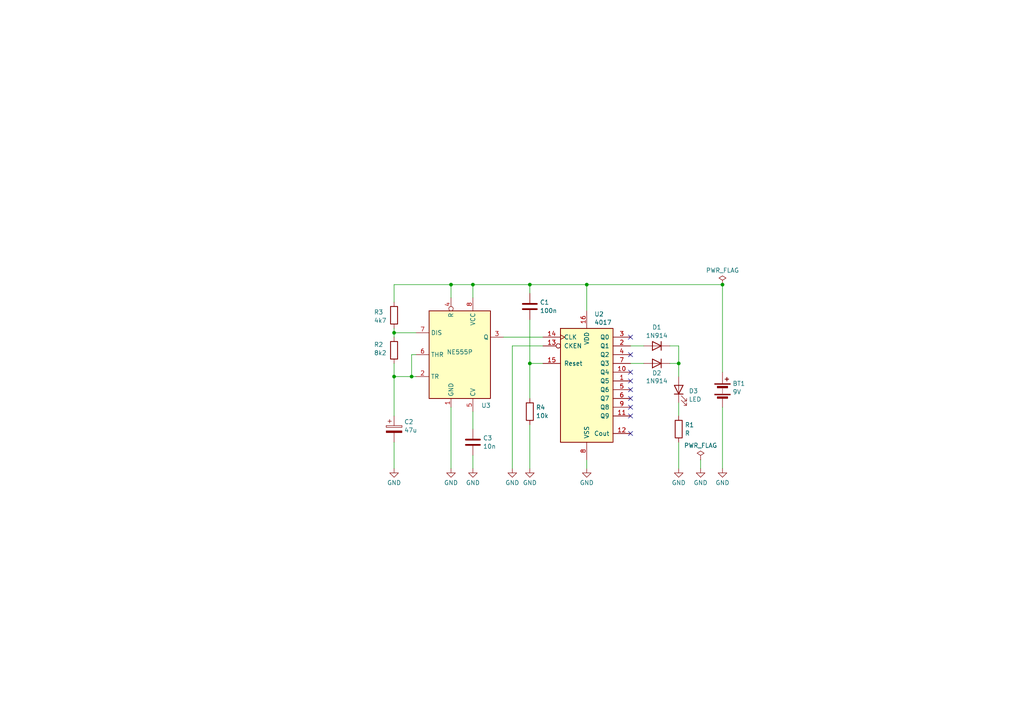
<source format=kicad_sch>
(kicad_sch (version 20231120) (generator "eeschema") (generator_version "8.0")
  (paper "A4")
  (lib_symbols
    (symbol "4xxx:4017" (pin_names (offset 1.016))
      (property "Reference" "U" (at -7.62 16.51 0))
      (property "Value" "4017" (at -7.62 -19.05 0))
      (symbol "4017_1_0"
        (pin output line (at 12.7 0 180) (length 5.08) (name "Q5") (number "1"))
        (pin output line (at 12.7 2.54 180) (length 5.08) (name "Q4") (number "10"))
        (pin output line (at 12.7 -10.16 180) (length 5.08) (name "Q9") (number "11"))
        (pin output line (at 12.7 -15.24 180) (length 5.08) (name "Cout") (number "12"))
        (pin input inverted (at -12.7 10.16 0) (length 5.08) (name "CKEN") (number "13"))
        (pin input clock (at -12.7 12.7 0) (length 5.08) (name "CLK") (number "14"))
        (pin input line (at -12.7 5.08 0) (length 5.08) (name "Reset") (number "15"))
        (pin power_in line (at 0 20.32 270) (length 5.08) (name "VDD") (number "16"))
        (pin output line (at 12.7 10.16 180) (length 5.08) (name "Q1") (number "2"))
        (pin output line (at 12.7 12.7 180) (length 5.08) (name "Q0") (number "3"))
        (pin output line (at 12.7 7.62 180) (length 5.08) (name "Q2") (number "4"))
        (pin output line (at 12.7 -2.54 180) (length 5.08) (name "Q6") (number "5"))
        (pin output line (at 12.7 -5.08 180) (length 5.08) (name "Q7") (number "6"))
        (pin output line (at 12.7 5.08 180) (length 5.08) (name "Q3") (number "7"))
        (pin power_in line (at 0 -22.86 90) (length 5.08) (name "VSS") (number "8"))
        (pin output line (at 12.7 -7.62 180) (length 5.08) (name "Q8") (number "9"))
      )
      (symbol "4017_1_1"
        (rectangle (start -7.62 15.24) (end 7.62 -17.78) (stroke (width 0.254)) (fill (type background)))
      )
    )
    (symbol "Device:Battery" (pin_numbers hide) (pin_names (offset 0) hide)
      (property "Reference" "BT" (at 2.54 2.54 0))
      (property "Value" "Battery" (at 2.54 0 0))
      (symbol "Battery_0_1"
        (rectangle (start -2.286 -1.27) (end 2.286 -1.524) (fill (type outline)))
        (rectangle (start -2.286 1.778) (end 2.286 1.524) (fill (type outline)))
        (rectangle (start -1.524 -2.032) (end 1.524 -2.54) (fill (type outline)))
        (rectangle (start -1.524 1.016) (end 1.524 0.508) (fill (type outline)))
        (polyline (pts (xy 0 -1.016) (xy 0 -0.762)))
        (polyline (pts (xy 0 -0.508) (xy 0 -0.254)))
        (polyline (pts (xy 0 0) (xy 0 0.254)))
        (polyline (pts (xy 0 1.778) (xy 0 2.54)))
        (polyline (pts (xy 0.762 3.048) (xy 1.778 3.048)) (stroke (width 0.254)))
        (polyline (pts (xy 1.27 3.556) (xy 1.27 2.54)) (stroke (width 0.254)))
      )
      (symbol "Battery_1_1"
        (pin passive line (at 0 5.08 270) (length 2.54) (name "+") (number "1"))
        (pin passive line (at 0 -5.08 90) (length 2.54) (name "-") (number "2"))
      )
    )
    (symbol "Device:C" (pin_numbers hide) (pin_names (offset 0.254))
      (property "Reference" "C" (at 0.635 2.54 0))
      (property "Value" "C" (at 0.635 -2.54 0))
      (symbol "C_0_1"
        (polyline (pts (xy -2.032 -0.762) (xy 2.032 -0.762)) (stroke (width 0.508)))
        (polyline (pts (xy -2.032 0.762) (xy 2.032 0.762)) (stroke (width 0.508)))
      )
      (symbol "C_1_1"
        (pin passive line (at 0 3.81 270) (length 2.794) (name "~") (number "1"))
        (pin passive line (at 0 -3.81 90) (length 2.794) (name "~") (number "2"))
      )
    )
    (symbol "Device:C_Polarized" (pin_numbers hide) (pin_names (offset 0.254))
      (property "Reference" "C" (at 0.635 2.54 0))
      (property "Value" "C_Polarized" (at 0.635 -2.54 0))
      (symbol "C_Polarized_0_1"
        (rectangle (start -2.286 0.508) (end 2.286 1.016))
        (polyline (pts (xy -1.778 2.286) (xy -0.762 2.286)))
        (polyline (pts (xy -1.27 2.794) (xy -1.27 1.778)))
        (rectangle (start 2.286 -0.508) (end -2.286 -1.016) (fill (type outline)))
      )
      (symbol "C_Polarized_1_1"
        (pin passive line (at 0 3.81 270) (length 2.794) (name "~") (number "1"))
        (pin passive line (at 0 -3.81 90) (length 2.794) (name "~") (number "2"))
      )
    )
    (symbol "Device:LED" (pin_numbers hide) (pin_names (offset 1.016) hide)
      (property "Reference" "D" (at 0 2.54 0))
      (property "Value" "LED" (at 0 -2.54 0))
      (symbol "LED_0_1"
        (polyline (pts (xy -1.27 -1.27) (xy -1.27 1.27)) (stroke (width 0.254)))
        (polyline (pts (xy -1.27 0) (xy 1.27 0)))
        (polyline (pts (xy 1.27 -1.27) (xy 1.27 1.27) (xy -1.27 0) (xy 1.27 -1.27)) (stroke (width 0.254)))
        (polyline (pts (xy -3.048 -0.762) (xy -4.572 -2.286) (xy -3.81 -2.286) (xy -4.572 -2.286) (xy -4.572 -1.524)))
        (polyline (pts (xy -1.778 -0.762) (xy -3.302 -2.286) (xy -2.54 -2.286) (xy -3.302 -2.286) (xy -3.302 -1.524)))
      )
      (symbol "LED_1_1"
        (pin passive line (at -3.81 0 0) (length 2.54) (name "K") (number "1"))
        (pin passive line (at 3.81 0 180) (length 2.54) (name "A") (number "2"))
      )
    )
    (symbol "Device:R" (pin_numbers hide) (pin_names (offset 0))
      (property "Reference" "R" (at 2.032 0 90))
      (property "Value" "R" (at 0 0 90))
      (symbol "R_0_1"
        (rectangle (start -1.016 -2.54) (end 1.016 2.54) (stroke (width 0.254)))
      )
      (symbol "R_1_1"
        (pin passive line (at 0 3.81 270) (length 1.27) (name "~") (number "1"))
        (pin passive line (at 0 -3.81 90) (length 1.27) (name "~") (number "2"))
      )
    )
    (symbol "Diode:1N914" (pin_numbers hide) (pin_names hide)
      (property "Reference" "D" (at 0 2.54 0))
      (property "Value" "1N914" (at 0 -2.54 0))
      (symbol "1N914_0_1"
        (polyline (pts (xy -1.27 1.27) (xy -1.27 -1.27)) (stroke (width 0.254)))
        (polyline (pts (xy 1.27 0) (xy -1.27 0)))
        (polyline (pts (xy 1.27 1.27) (xy 1.27 -1.27) (xy -1.27 0) (xy 1.27 1.27)) (stroke (width 0.254)))
      )
      (symbol "1N914_1_1"
        (pin passive line (at -3.81 0 0) (length 2.54) (name "K") (number "1"))
        (pin passive line (at 3.81 0 180) (length 2.54) (name "A") (number "2"))
      )
    )
    (symbol "ne555p:NE555P"
      (property "Reference" "U" (at 8.89 8.89 0))
      (property "Value" "NE555P" (at 5.08 -19.05 0))
      (symbol "NE555P_0_0"
        (pin power_in line (at -2.54 -20.32 90) (length 2.54) (name "GND") (number "1"))
        (pin power_in line (at 3.81 11.43 270) (length 3.81) (name "VCC") (number "8"))
      )
      (symbol "NE555P_0_1"
        (rectangle (start -8.89 7.62) (end 8.89 -17.78) (stroke (width 0.254)) (fill (type background)))
      )
      (symbol "NE555P_1_1"
        (pin input line (at -12.7 -11.43 0) (length 3.81) (name "TR") (number "2"))
        (pin output line (at 12.7 0 180) (length 3.81) (name "Q") (number "3"))
        (pin input inverted (at -2.54 11.43 270) (length 3.81) (name "R") (number "4"))
        (pin input line (at 3.81 -21.59 90) (length 3.81) (name "CV") (number "5"))
        (pin input line (at -12.7 -5.08 0) (length 3.81) (name "THR") (number "6"))
        (pin input line (at -12.7 1.27 0) (length 3.81) (name "DIS") (number "7"))
      )
    )
    (symbol "power:GND" (power) (pin_names (offset 0))
      (property "Value" "GND" (at 0 -3.81 0))
      (symbol "GND_0_1"
        (polyline (pts (xy 0 0) (xy 0 -1.27) (xy 1.27 -1.27) (xy 0 -2.54) (xy -1.27 -1.27) (xy 0 -1.27)))
      )
      (symbol "GND_1_1"
        (pin power_in line (at 0 0 270) (length 0) hide (name "GND") (number "1"))
      )
    )
    (symbol "power:PWR_FLAG" (power) (pin_numbers hide) (pin_names (offset 0) hide)
      (property "Value" "PWR_FLAG" (at 0 3.81 0))
      (symbol "PWR_FLAG_0_0"
        (pin power_out line (at 0 0 90) (length 0) (name "pwr") (number "1"))
      )
      (symbol "PWR_FLAG_0_1"
        (polyline (pts (xy 0 0) (xy 0 1.27) (xy -1.016 1.905) (xy 0 2.54) (xy 1.016 1.905) (xy 0 1.27)))
      )
    )
  )
  (junction (at 196.85 105.41))
  (junction (at 137.16 82.55))
  (junction (at 209.55 82.55))
  (junction (at 153.67 105.41))
  (junction (at 130.81 82.55))
  (junction (at 114.3 96.52))
  (junction (at 114.3 109.22))
  (junction (at 170.18 82.55))
  (junction (at 119.38 109.22))
  (junction (at 153.67 82.55))
  (no_connect (at 182.88 118.11))
  (no_connect (at 182.88 120.65))
  (no_connect (at 182.88 125.73))
  (no_connect (at 182.88 107.95))
  (no_connect (at 182.88 102.87))
  (no_connect (at 182.88 115.57))
  (no_connect (at 182.88 97.79))
  (no_connect (at 182.88 110.49))
  (no_connect (at 182.88 113.03))
  (wire (pts (xy 130.81 82.55) (xy 137.16 82.55)))
  (wire (pts (xy 119.38 102.87) (xy 119.38 109.22)))
  (wire (pts (xy 153.67 85.09) (xy 153.67 82.55)))
  (wire (pts (xy 196.85 105.41) (xy 196.85 109.22)))
  (wire (pts (xy 137.16 132.08) (xy 137.16 135.89)))
  (wire (pts (xy 153.67 105.41) (xy 157.48 105.41)))
  (wire (pts (xy 130.81 86.36) (xy 130.81 82.55)))
  (wire (pts (xy 153.67 105.41) (xy 153.67 115.57)))
  (wire (pts (xy 194.31 105.41) (xy 196.85 105.41)))
  (wire (pts (xy 153.67 92.71) (xy 153.67 105.41)))
  (wire (pts (xy 130.81 135.89) (xy 130.81 118.11)))
  (wire (pts (xy 114.3 96.52) (xy 114.3 95.25)))
  (wire (pts (xy 119.38 109.22) (xy 120.65 109.22)))
  (wire (pts (xy 114.3 128.27) (xy 114.3 135.89)))
  (wire (pts (xy 114.3 109.22) (xy 119.38 109.22)))
  (wire (pts (xy 157.48 100.33) (xy 148.59 100.33)))
  (wire (pts (xy 137.16 82.55) (xy 137.16 86.36)))
  (wire (pts (xy 209.55 118.11) (xy 209.55 135.89)))
  (wire (pts (xy 170.18 90.17) (xy 170.18 82.55)))
  (wire (pts (xy 120.65 96.52) (xy 114.3 96.52)))
  (wire (pts (xy 196.85 100.33) (xy 196.85 105.41)))
  (wire (pts (xy 114.3 105.41) (xy 114.3 109.22)))
  (wire (pts (xy 182.88 105.41) (xy 186.69 105.41)))
  (wire (pts (xy 146.05 97.79) (xy 157.48 97.79)))
  (wire (pts (xy 203.2 133.35) (xy 203.2 135.89)))
  (wire (pts (xy 120.65 102.87) (xy 119.38 102.87)))
  (wire (pts (xy 196.85 128.27) (xy 196.85 135.89)))
  (wire (pts (xy 194.31 100.33) (xy 196.85 100.33)))
  (wire (pts (xy 153.67 82.55) (xy 170.18 82.55)))
  (wire (pts (xy 114.3 109.22) (xy 114.3 120.65)))
  (wire (pts (xy 137.16 119.38) (xy 137.16 124.46)))
  (wire (pts (xy 137.16 82.55) (xy 153.67 82.55)))
  (wire (pts (xy 182.88 100.33) (xy 186.69 100.33)))
  (wire (pts (xy 114.3 82.55) (xy 130.81 82.55)))
  (wire (pts (xy 170.18 133.35) (xy 170.18 135.89)))
  (wire (pts (xy 153.67 123.19) (xy 153.67 135.89)))
  (wire (pts (xy 114.3 87.63) (xy 114.3 82.55)))
  (wire (pts (xy 196.85 116.84) (xy 196.85 120.65)))
  (wire (pts (xy 114.3 96.52) (xy 114.3 97.79)))
  (wire (pts (xy 209.55 82.55) (xy 209.55 107.95)))
  (wire (pts (xy 170.18 82.55) (xy 209.55 82.55)))
  (wire (pts (xy 148.59 100.33) (xy 148.59 135.89)))
  (symbol (lib_id "power:GND") (at 209.55 135.89 0) (unit 1)
    (property "Reference" "#PWR03" (effects (hide yes)))
    (property "Value" "GND" (at 209.55 140.0231 0))
    (property "Description" "Power symbol creates a global label with name \"GND\" , ground" (effects (hide yes)))
  )
  (symbol (lib_id "Device:R") (at 114.3 101.6 0) (unit 1)
    (property "Reference" "R2" (at 108.458 99.9377 0) (effects (justify left)))
    (property "Value" "8k2" (at 108.458 102.362 0) (effects (justify left)))
    (property "Footprint" "Resistor_THT:R_Axial_DIN0207_L6.3mm_D2.5mm_P7.62mm_Horizontal" (effects (hide yes)))
    (property "Description" "Resistor" (effects (hide yes)))
  )
  (symbol (lib_id "Device:LED") (at 196.85 113.03 90) (unit 1)
    (property "Reference" "D3" (at 199.771 113.4053 90) (effects (justify right)))
    (property "Value" "LED" (at 199.771 115.8296 90) (effects (justify right)))
    (property "Footprint" "LED_THT:LED_D5.0mm" (effects (hide yes)))
    (property "Description" "Light emitting diode" (effects (hide yes)))
  )
  (symbol (lib_id "power:GND") (at 148.59 135.89 0) (unit 1)
    (property "Reference" "#PWR04" (effects (hide yes)))
    (property "Value" "GND" (at 148.59 140.0231 0))
    (property "Description" "Power symbol creates a global label with name \"GND\" , ground" (effects (hide yes)))
  )
  (symbol (lib_id "power:GND") (at 196.85 135.89 0) (unit 1)
    (property "Reference" "#PWR01" (effects (hide yes)))
    (property "Value" "GND" (at 196.85 140.0231 0))
    (property "Description" "Power symbol creates a global label with name \"GND\" , ground" (effects (hide yes)))
  )
  (symbol (lib_id "power:GND") (at 203.2 135.89 0) (unit 1)
    (property "Reference" "#PWR09" (effects (hide yes)))
    (property "Value" "GND" (at 203.2 140.0231 0))
    (property "Description" "Power symbol creates a global label with name \"GND\" , ground" (effects (hide yes)))
  )
  (symbol (lib_id "Diode:1N914") (at 190.5 105.41 180) (unit 1)
    (property "Reference" "D2" (at 190.5 108.204 0))
    (property "Value" "1N914" (at 190.5 110.49 0))
    (property "Footprint" "Diode_THT:D_DO-35_SOD27_P7.62mm_Horizontal" (effects (hide yes)))
    (property "Datasheet" "http://www.vishay.com/docs/85622/1n914.pdf" (effects (hide yes)))
    (property "Description" "100V 0.3A Small Signal Fast Switching Diode, DO-35" (effects (hide yes)))
    (property "Sim.Device" "D" (effects (hide yes)))
    (property "Sim.Pins" "1=K 2=A" (effects (hide yes)))
  )
  (symbol (lib_id "Diode:1N914") (at 190.5 100.33 180) (unit 1)
    (property "Reference" "D1" (at 190.5 94.9155 0))
    (property "Value" "1N914" (at 190.5 97.3398 0))
    (property "Footprint" "Diode_THT:D_DO-35_SOD27_P7.62mm_Horizontal" (effects (hide yes)))
    (property "Datasheet" "http://www.vishay.com/docs/85622/1n914.pdf" (effects (hide yes)))
    (property "Description" "100V 0.3A Small Signal Fast Switching Diode, DO-35" (effects (hide yes)))
    (property "Sim.Device" "D" (effects (hide yes)))
    (property "Sim.Pins" "1=K 2=A" (effects (hide yes)))
  )
  (symbol (lib_id "Device:Battery") (at 209.55 113.03 0) (unit 1)
    (property "Reference" "BT1" (at 212.471 111.2463 0) (effects (justify left)))
    (property "Value" "9V" (at 212.471 113.6706 0) (effects (justify left)))
    (property "Footprint" "Connector_PinHeader_2.54mm:PinHeader_1x02_P2.54mm_Vertical" (effects (hide yes)))
    (property "Description" "Multiple-cell battery" (effects (hide yes)))
  )
  (symbol (lib_id "4xxx:4017") (at 170.18 110.49 0) (unit 1)
    (property "Reference" "U2" (at 172.3741 91.1055 0) (effects (justify left)))
    (property "Value" "4017" (at 172.3741 93.5298 0) (effects (justify left)))
    (property "Footprint" "Package_DIP:DIP-16_W7.62mm" (effects (hide yes)))
    (property "Datasheet" "http://www.intersil.com/content/dam/Intersil/documents/cd40/cd4017bms-22bms.pdf" (effects (hide yes)))
    (property "Description" "Johnson Counter ( 10 outputs )" (effects (hide yes)))
  )
  (symbol (lib_id "Device:R") (at 196.85 124.46 0) (unit 1)
    (property "Reference" "R1" (at 198.628 123.2478 0) (effects (justify left)))
    (property "Value" "R" (at 198.628 125.6721 0) (effects (justify left)))
    (property "Footprint" "Resistor_THT:R_Axial_DIN0207_L6.3mm_D2.5mm_P7.62mm_Horizontal" (effects (hide yes)))
    (property "Description" "Resistor" (effects (hide yes)))
  )
  (symbol (lib_id "power:GND") (at 114.3 135.89 0) (unit 1)
    (property "Reference" "#PWR06" (effects (hide yes)))
    (property "Value" "GND" (at 114.3 140.0231 0))
    (property "Description" "Power symbol creates a global label with name \"GND\" , ground" (effects (hide yes)))
  )
  (symbol (lib_id "power:GND") (at 130.81 135.89 0) (unit 1)
    (property "Reference" "#PWR05" (effects (hide yes)))
    (property "Value" "GND" (at 130.81 140.0231 0))
    (property "Description" "Power symbol creates a global label with name \"GND\" , ground" (effects (hide yes)))
  )
  (symbol (lib_id "Device:C") (at 153.67 88.9 0) (unit 1)
    (property "Reference" "C1" (at 156.591 87.6878 0) (effects (justify left)))
    (property "Value" "100n" (at 156.591 90.1121 0) (effects (justify left)))
    (property "Footprint" "Capacitor_THT:C_Disc_D5.0mm_W2.5mm_P2.50mm" (effects (hide yes)))
    (property "Description" "Unpolarized capacitor" (effects (hide yes)))
  )
  (symbol (lib_id "ne555p:NE555P") (at 133.35 97.79 0) (unit 1)
    (property "Reference" "U3" (at 140.97 117.602 0))
    (property "Value" "NE555P" (at 133.35 102.108 0))
    (property "Footprint" "Package_DIP:DIP-8_W7.62mm" (effects (hide yes)))
    (property "Datasheet" "http://www.ti.com/lit/ds/symlink/ne555.pdf" (effects (hide yes)))
    (property "Description" "Precision Timers, 555 compatible,  PDIP-8" (effects (hide yes)))
  )
  (symbol (lib_id "power:PWR_FLAG") (at 209.55 82.55 0) (unit 1)
    (property "Reference" "#FLG01" (effects (hide yes)))
    (property "Value" "PWR_FLAG" (at 209.55 78.4169 0))
    (property "Description" "Special symbol for telling ERC where power comes from" (effects (hide yes)))
  )
  (symbol (lib_id "Device:R") (at 153.67 119.38 0) (unit 1)
    (property "Reference" "R4" (at 155.448 118.1678 0) (effects (justify left)))
    (property "Value" "10k" (at 155.448 120.5921 0) (effects (justify left)))
    (property "Footprint" "Resistor_THT:R_Axial_DIN0207_L6.3mm_D2.5mm_P7.62mm_Horizontal" (effects (hide yes)))
    (property "Description" "Resistor" (effects (hide yes)))
  )
  (symbol (lib_id "power:GND") (at 153.67 135.89 0) (unit 1)
    (property "Reference" "#PWR08" (effects (hide yes)))
    (property "Value" "GND" (at 153.67 140.0231 0))
    (property "Description" "Power symbol creates a global label with name \"GND\" , ground" (effects (hide yes)))
  )
  (symbol (lib_id "Device:R") (at 114.3 91.44 0) (unit 1)
    (property "Reference" "R3" (at 108.458 90.5397 0) (effects (justify left)))
    (property "Value" "4k7" (at 108.458 92.964 0) (effects (justify left)))
    (property "Footprint" "Resistor_THT:R_Axial_DIN0207_L6.3mm_D2.5mm_P7.62mm_Horizontal" (effects (hide yes)))
    (property "Description" "Resistor" (effects (hide yes)))
  )
  (symbol (lib_id "Device:C") (at 137.16 128.27 0) (unit 1)
    (property "Reference" "C3" (at 140.081 127.0578 0) (effects (justify left)))
    (property "Value" "10n" (at 140.081 129.4821 0) (effects (justify left)))
    (property "Footprint" "Capacitor_THT:C_Disc_D5.0mm_W2.5mm_P2.50mm" (effects (hide yes)))
    (property "Description" "Unpolarized capacitor" (effects (hide yes)))
  )
  (symbol (lib_id "Device:C_Polarized") (at 114.3 124.46 0) (unit 1)
    (property "Reference" "C2" (at 117.221 122.3588 0) (effects (justify left)))
    (property "Value" "47u" (at 117.221 124.7831 0) (effects (justify left)))
    (property "Footprint" "Capacitor_THT:CP_Radial_D5.0mm_P2.50mm" (effects (hide yes)))
    (property "Description" "Polarized capacitor" (effects (hide yes)))
  )
  (symbol (lib_id "power:PWR_FLAG") (at 203.2 133.35 0) (unit 1)
    (property "Reference" "#FLG02" (effects (hide yes)))
    (property "Value" "PWR_FLAG" (at 203.2 129.2169 0))
    (property "Description" "Special symbol for telling ERC where power comes from" (effects (hide yes)))
  )
  (symbol (lib_id "power:GND") (at 170.18 135.89 0) (unit 1)
    (property "Reference" "#PWR02" (effects (hide yes)))
    (property "Value" "GND" (at 170.18 140.0231 0))
    (property "Description" "Power symbol creates a global label with name \"GND\" , ground" (effects (hide yes)))
  )
  (symbol (lib_id "power:GND") (at 137.16 135.89 0) (unit 1)
    (property "Reference" "#PWR07" (effects (hide yes)))
    (property "Value" "GND" (at 137.16 140.0231 0))
    (property "Description" "Power symbol creates a global label with name \"GND\" , ground" (effects (hide yes)))
  )
)
</source>
